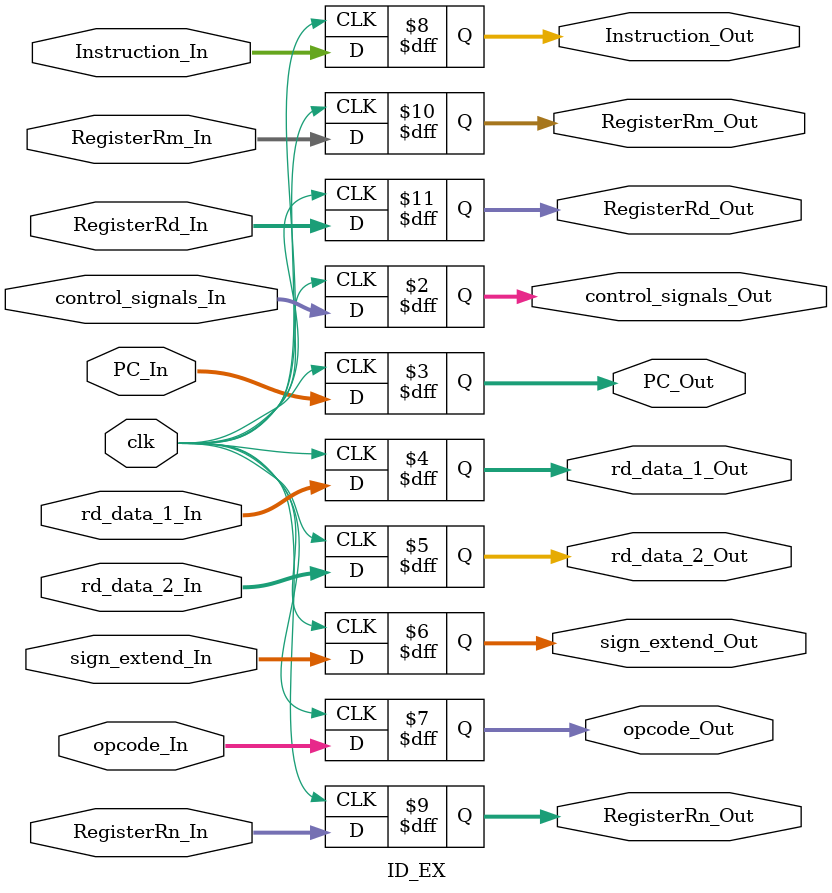
<source format=v>
`timescale 1ns / 1ps


module ID_EX(clk, control_signals_In, PC_In, rd_data_1_In, rd_data_2_In, sign_extend_In, opcode_In, Instruction_In, RegisterRn_In, RegisterRm_In, RegisterRd_In,
    control_signals_Out, PC_Out, rd_data_1_Out, rd_data_2_Out, sign_extend_Out, opcode_Out, Instruction_Out, RegisterRn_Out, RegisterRm_Out, RegisterRd_Out);
 
input clk;
 
input [8:0] control_signals_In;
input [63:0] PC_In, rd_data_1_In, rd_data_2_In, sign_extend_In;
input [10:0] opcode_In;
input [4:0] Instruction_In, RegisterRn_In, RegisterRm_In, RegisterRd_In;

output reg[8:0] control_signals_Out;
output reg [63:0] PC_Out, rd_data_1_Out, rd_data_2_Out, sign_extend_Out;
output reg [10:0] opcode_Out;
output reg [4:0] Instruction_Out, RegisterRn_Out, RegisterRm_Out, RegisterRd_Out;
    
always@(posedge clk) //Execute Block on the rising edge 0->1
begin
    control_signals_Out <= control_signals_In;
    PC_Out <= PC_In;
    rd_data_1_Out <= rd_data_1_In;
    rd_data_2_Out <= rd_data_2_In;
    sign_extend_Out <= sign_extend_In;
    opcode_Out <= opcode_In;
    Instruction_Out <= Instruction_In;
    RegisterRn_Out <= RegisterRn_In;
    RegisterRm_Out <= RegisterRm_In;
    RegisterRd_Out <= RegisterRd_In;
end  

endmodule

</source>
